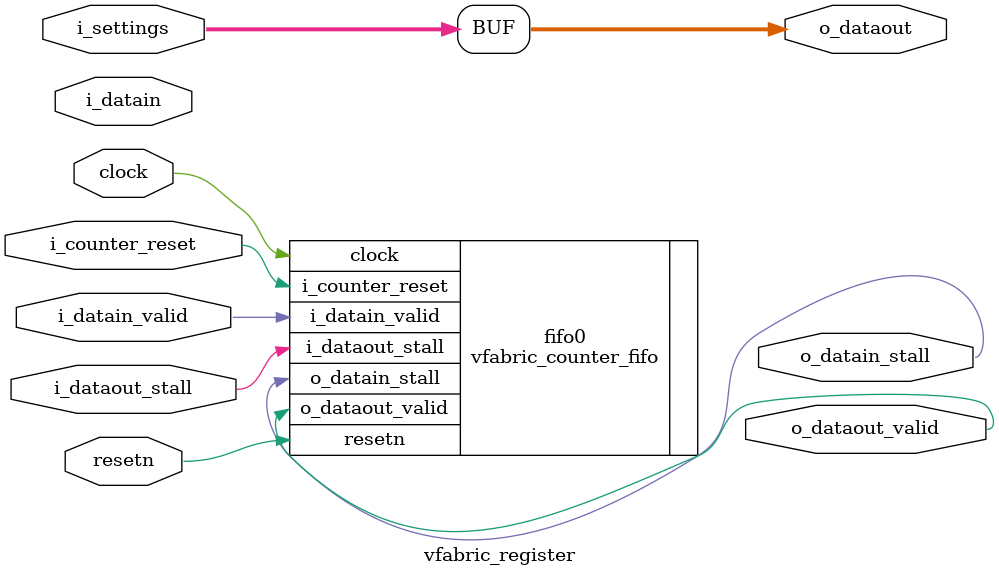
<source format=v>
    


module vfabric_register(clock, resetn, i_counter_reset, i_settings, i_datain, i_datain_valid, o_datain_stall, o_dataout, o_dataout_valid, i_dataout_stall);

parameter DATA_WIDTH = 32;

 input clock, resetn, i_counter_reset;
 input [DATA_WIDTH-1:0] i_settings;
 input [DATA_WIDTH-1:0] i_datain;
 input i_datain_valid;
 output o_datain_stall;
 
 output [DATA_WIDTH-1:0] o_dataout;
 output o_dataout_valid;
 input i_dataout_stall;

 vfabric_counter_fifo fifo0 (.clock(clock), .resetn(resetn), .i_counter_reset(i_counter_reset),
        .i_datain_valid(i_datain_valid), .o_datain_stall(o_datain_stall), 
        .o_dataout_valid(o_dataout_valid), .i_dataout_stall(i_dataout_stall));

 assign o_dataout = i_settings;
    
endmodule

</source>
